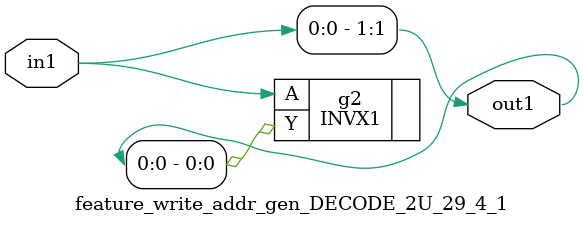
<source format=v>
`timescale 1ps / 1ps


module feature_write_addr_gen_DECODE_2U_29_4_1(in1, out1);
  input in1;
  output [1:0] out1;
  wire in1;
  wire [1:0] out1;
  assign out1[1] = in1;
  INVX1 g2(.A (in1), .Y (out1[0]));
endmodule



</source>
